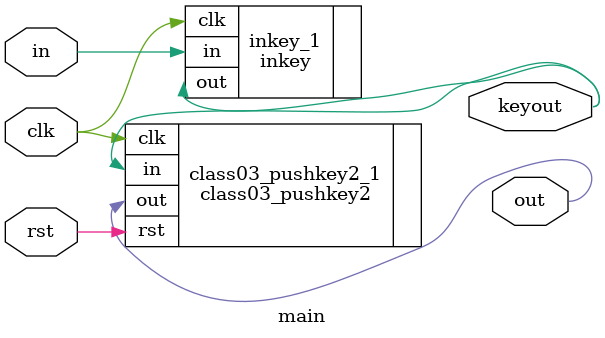
<source format=v>
module main(
	in,
	clk,
	out,
	rst,
	keyout
);


input in;
input clk;
input rst;
output out;
output wire keyout;
wire push;

inkey inkey_1(
	.in(in),
	.out(keyout),
	.clk(clk)
);



class03_pushkey2 class03_pushkey2_1(
	.in(keyout),
	.out(out),
	.clk(clk),
	.rst(rst)
);


endmodule
</source>
